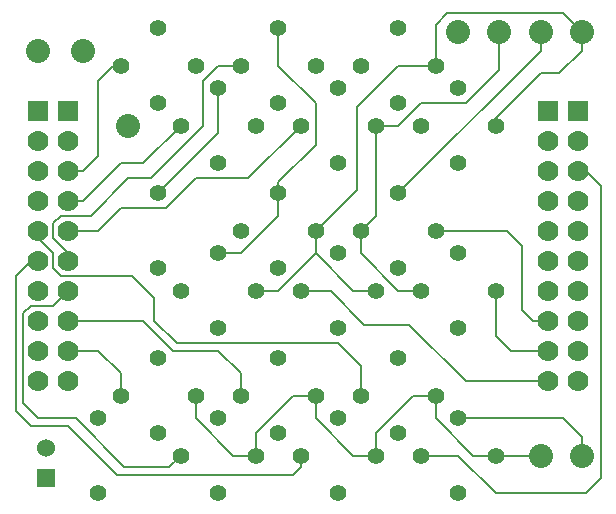
<source format=gbl>
*
%FSLAX24Y24*%
%MOIN*%
%ADD10R,0.070000X0.070000*%
%ADD11C,0.070000*%
%ADD12C,0.056000*%
%ADD13R,0.060000X0.060000*%
%ADD14C,0.060000*%
%ADD15C,0.080000*%
%ADD16C,0.007000*%
%IPPOS*%
%LNlb.ger*%
%LPD*%
G75*
G54D10*
X001000Y013500D03*
G54D10*
X002000Y013500D03*
G54D11*
X001000Y012500D03*
G54D11*
X002000Y012500D03*
G54D11*
X001000Y011500D03*
G54D11*
X002000Y011500D03*
G54D11*
X001000Y010500D03*
G54D11*
X002000Y010500D03*
G54D11*
X001000Y009500D03*
G54D11*
X002000Y009500D03*
G54D11*
X001000Y008500D03*
G54D11*
X002000Y008500D03*
G54D11*
X001000Y007500D03*
G54D11*
X002000Y007500D03*
G54D11*
X001000Y006500D03*
G54D11*
X002000Y006500D03*
G54D11*
X001000Y005500D03*
G54D11*
X002000Y005500D03*
G54D11*
X001000Y004500D03*
G54D11*
X002000Y004500D03*
G54D10*
X019000Y013500D03*
G54D10*
X018000Y013500D03*
G54D11*
X018000Y012500D03*
G54D11*
X019000Y012500D03*
G54D11*
X019000Y011500D03*
G54D11*
X018000Y011500D03*
G54D11*
X018000Y010500D03*
G54D11*
X019000Y010500D03*
G54D11*
X019000Y009500D03*
G54D11*
X018000Y009500D03*
G54D11*
X018000Y008500D03*
G54D11*
X018000Y007500D03*
G54D11*
X019000Y008500D03*
G54D11*
X018000Y006500D03*
G54D11*
X018000Y005500D03*
G54D11*
X019000Y007500D03*
G54D11*
X019000Y006500D03*
G54D11*
X018000Y004500D03*
G54D11*
X019000Y005500D03*
G54D11*
X019000Y004500D03*
G54D12*
X015000Y000750D03*
G54D12*
X015000Y003250D03*
G54D12*
X011000Y000750D03*
G54D12*
X011000Y003250D03*
G54D12*
X007000Y000750D03*
G54D12*
X007000Y003250D03*
G54D12*
X013000Y005250D03*
G54D12*
X013000Y002750D03*
G54D12*
X009000Y005250D03*
G54D12*
X009000Y002750D03*
G54D12*
X005000Y005250D03*
G54D12*
X005000Y002750D03*
G54D12*
X011000Y011750D03*
G54D12*
X011000Y014250D03*
G54D12*
X007000Y011750D03*
G54D12*
X007000Y014250D03*
G54D12*
X013000Y013750D03*
G54D12*
X013000Y016250D03*
G54D12*
X015000Y011750D03*
G54D12*
X015000Y014250D03*
G54D12*
X005000Y008250D03*
G54D12*
X005000Y010750D03*
G54D12*
X005000Y013750D03*
G54D12*
X005000Y016250D03*
G54D12*
X015000Y006250D03*
G54D12*
X015000Y008750D03*
G54D12*
X011000Y006250D03*
G54D12*
X011000Y008750D03*
G54D12*
X009000Y013750D03*
G54D12*
X009000Y016250D03*
G54D12*
X013000Y008250D03*
G54D12*
X013000Y010750D03*
G54D12*
X009000Y008250D03*
G54D12*
X009000Y010750D03*
G54D12*
X007000Y006250D03*
G54D12*
X007000Y008750D03*
X013750Y002000D03*
X016250Y002000D03*
X005750Y002000D03*
X008250Y002000D03*
X007750Y004000D03*
X010250Y004000D03*
X003750Y004000D03*
X006250Y004000D03*
X011750Y004000D03*
X014250Y004000D03*
X009750Y002000D03*
X012250Y002000D03*
X007750Y009500D03*
X010250Y009500D03*
X005750Y007500D03*
X008250Y007500D03*
X013750Y013000D03*
X016250Y013000D03*
X011750Y015000D03*
X014250Y015000D03*
X009750Y007500D03*
X012250Y007500D03*
X003750Y015000D03*
X006250Y015000D03*
X005750Y013000D03*
X008250Y013000D03*
X009750Y013000D03*
X012250Y013000D03*
X007750Y015000D03*
X010250Y015000D03*
G54D12*
X014250Y009500D03*
G54D12*
X011750Y009500D03*
G54D12*
X016250Y007500D03*
G54D12*
X013750Y007500D03*
G54D12*
X003000Y000750D03*
G54D12*
X003000Y003250D03*
G54D13*
X001250Y001250D03*
G54D14*
X001250Y002250D03*
G54D15*
X002500Y015500D03*
X001000Y015500D03*
X019125Y002000D03*
X015000Y016125D03*
X017750Y016125D03*
X017750Y002000D03*
X019125Y016125D03*
X016375Y016125D03*
X004000Y013000D03*
G54D16*
X015000Y003250D02*
X018500Y003250D01*
X018500Y003250D02*
X019125Y002625D01*
X019125Y002625D02*
X019125Y002000D01*
X007000Y014250D02*
X007000Y012750D01*
X007000Y012750D02*
X005000Y010750D01*
X009000Y010750D02*
X009000Y011125D01*
X009000Y011125D02*
X010250Y012375D01*
X010250Y012375D02*
X010250Y013750D01*
X010250Y013750D02*
X009000Y015000D01*
X009000Y015000D02*
X009000Y016250D01*
X017750Y016125D02*
X017750Y015500D01*
X017750Y015500D02*
X013000Y010750D01*
X009000Y010750D02*
X009000Y010000D01*
X009000Y010000D02*
X007750Y008750D01*
X007750Y008750D02*
X007000Y008750D01*
X018000Y006500D02*
X017500Y006500D01*
X017500Y006500D02*
X017125Y006875D01*
X017125Y006875D02*
X017125Y009000D01*
X017125Y009000D02*
X016625Y009500D01*
X016625Y009500D02*
X014250Y009500D01*
X002000Y011500D02*
X002500Y011500D01*
X002500Y011500D02*
X003000Y012000D01*
X003000Y012000D02*
X003000Y014500D01*
X003000Y014500D02*
X003500Y015000D01*
X003500Y015000D02*
X003750Y015000D01*
X002000Y010500D02*
X002500Y010500D01*
X002500Y010500D02*
X003750Y011750D01*
X003750Y011750D02*
X004500Y011750D01*
X004500Y011750D02*
X005750Y013000D01*
X002000Y009500D02*
X003000Y009500D01*
X003000Y009500D02*
X003750Y010250D01*
X003750Y010250D02*
X005250Y010250D01*
X005250Y010250D02*
X006250Y011250D01*
X006250Y011250D02*
X008000Y011250D01*
X008000Y011250D02*
X009750Y013000D01*
X007750Y015000D02*
X007000Y015000D01*
X007000Y015000D02*
X006500Y014500D01*
X006500Y014500D02*
X006500Y013000D01*
X006500Y013000D02*
X004750Y011250D01*
X004750Y011250D02*
X004000Y011250D01*
X004000Y011250D02*
X002750Y010000D01*
X002750Y010000D02*
X001750Y010000D01*
X001750Y010000D02*
X001500Y009750D01*
X001500Y009750D02*
X001500Y009250D01*
X001500Y009250D02*
X002000Y008750D01*
X002000Y008750D02*
X002000Y008500D01*
X012250Y013000D02*
X013000Y013000D01*
X013000Y013000D02*
X013750Y013750D01*
X013750Y013750D02*
X015250Y013750D01*
X015250Y013750D02*
X016375Y014875D01*
X016375Y014875D02*
X016375Y016125D01*
X012250Y013000D02*
X012250Y010000D01*
X012250Y010000D02*
X011750Y009500D01*
X011750Y009500D02*
X011750Y008750D01*
X011750Y008750D02*
X013000Y007500D01*
X013000Y007500D02*
X013750Y007500D01*
X019000Y011500D02*
X019250Y011500D01*
X019250Y011500D02*
X019750Y011000D01*
X019750Y011000D02*
X019750Y001250D01*
X019750Y001250D02*
X019250Y000750D01*
X019250Y000750D02*
X016250Y000750D01*
X016250Y000750D02*
X015000Y002000D01*
X015000Y002000D02*
X013750Y002000D01*
X002000Y007500D02*
X001500Y007000D01*
X001500Y007000D02*
X000750Y007000D01*
X000750Y007000D02*
X000500Y006750D01*
X000500Y006750D02*
X000500Y003750D01*
X000500Y003750D02*
X001000Y003250D01*
X001000Y003250D02*
X002250Y003250D01*
X002250Y003250D02*
X003875Y001625D01*
X003875Y001625D02*
X005375Y001625D01*
X005375Y001625D02*
X005750Y002000D01*
X001000Y008500D02*
X000750Y008500D01*
X000750Y008500D02*
X000250Y008000D01*
X000250Y008000D02*
X000250Y003500D01*
X000250Y003500D02*
X000750Y003000D01*
X000750Y003000D02*
X002000Y003000D01*
X002000Y003000D02*
X003625Y001375D01*
X003625Y001375D02*
X009500Y001375D01*
X009500Y001375D02*
X009750Y001625D01*
X009750Y001625D02*
X009750Y002000D01*
X011750Y004000D02*
X011750Y005000D01*
X011750Y005000D02*
X011000Y005750D01*
X011000Y005750D02*
X005625Y005750D01*
X005625Y005750D02*
X004875Y006500D01*
X004875Y006500D02*
X004875Y007250D01*
X004875Y007250D02*
X004125Y008000D01*
X004125Y008000D02*
X001750Y008000D01*
X001750Y008000D02*
X001500Y008250D01*
X001500Y008250D02*
X001500Y008750D01*
X001500Y008750D02*
X001000Y009250D01*
X001000Y009250D02*
X001000Y009500D01*
X003750Y004000D02*
X003750Y004750D01*
X003750Y004750D02*
X003000Y005500D01*
X003000Y005500D02*
X002000Y005500D01*
X007750Y004000D02*
X007750Y004750D01*
X007750Y004750D02*
X007000Y005500D01*
X007000Y005500D02*
X005500Y005500D01*
X005500Y005500D02*
X004500Y006500D01*
X004500Y006500D02*
X002000Y006500D01*
X016250Y002000D02*
X017750Y002000D01*
X014250Y004000D02*
X014250Y003250D01*
X014250Y003250D02*
X015500Y002000D01*
X015500Y002000D02*
X016250Y002000D01*
X006250Y004000D02*
X006250Y003250D01*
X006250Y003250D02*
X007500Y002000D01*
X007500Y002000D02*
X008250Y002000D01*
X008250Y002000D02*
X008250Y002750D01*
X008250Y002750D02*
X009500Y004000D01*
X009500Y004000D02*
X010250Y004000D01*
X010250Y004000D02*
X010250Y003250D01*
X010250Y003250D02*
X011500Y002000D01*
X011500Y002000D02*
X012250Y002000D01*
X012250Y002000D02*
X012250Y002750D01*
X012250Y002750D02*
X013500Y004000D01*
X013500Y004000D02*
X014250Y004000D01*
X016250Y013000D02*
X016250Y013250D01*
X016250Y013250D02*
X017750Y014750D01*
X017750Y014750D02*
X018375Y014750D01*
X018375Y014750D02*
X019125Y015500D01*
X019125Y015500D02*
X019125Y016125D01*
X014250Y015000D02*
X014250Y016375D01*
X014250Y016375D02*
X014625Y016750D01*
X014625Y016750D02*
X018500Y016750D01*
X018500Y016750D02*
X019125Y016125D01*
X014250Y015000D02*
X013000Y015000D01*
X013000Y015000D02*
X011625Y013625D01*
X011625Y013625D02*
X011625Y010875D01*
X011625Y010875D02*
X010250Y009500D01*
X010250Y009500D02*
X010250Y008750D01*
X010250Y008750D02*
X009000Y007500D01*
X009000Y007500D02*
X008250Y007500D01*
X010250Y009500D02*
X010250Y008750D01*
X010250Y008750D02*
X011500Y007500D01*
X011500Y007500D02*
X012250Y007500D01*
X018000Y005500D02*
X016750Y005500D01*
X016750Y005500D02*
X016250Y006000D01*
X016250Y006000D02*
X016250Y007500D01*
X009750Y007500D02*
X010750Y007500D01*
X010750Y007500D02*
X011875Y006375D01*
X011875Y006375D02*
X013375Y006375D01*
X013375Y006375D02*
X015250Y004500D01*
X015250Y004500D02*
X018000Y004500D01*
M02*

</source>
